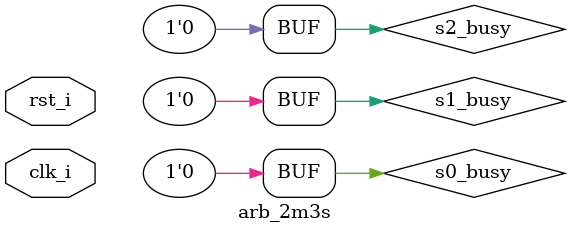
<source format=sv>
/*
 * arb_2m1s.sv
 *
 *  Created on: 27.12.2017
 *      Author: Alexander Antonov <antonov.alex.alex@gmail.com>
 *     License: See LICENSE file for details
 */


`include "sigma_tile.svh"

module arb_2m3s
#(
	parameter SFR_BITSEL = 16
	, parameter XIF_BITSEL = 31
)
(
	input [0:0] clk_i
	, input [0:0] rst_i
	
	, MemSplit32.Slave m0
	, MemSplit32.Slave m1
	, MemSplit32.Master s0
	, MemSplit32.Master s1
	, MemSplit32.Master s2
);
    
	logic m0_s0_rd_inprogress, m0_s0_rd_inprogress_next;
	logic m0_s1_rd_inprogress, m0_s1_rd_inprogress_next;
	logic m0_s2_rd_inprogress, m0_s2_rd_inprogress_next;

	logic m1_s0_rd_inprogress, m1_s0_rd_inprogress_next;
	logic m1_s1_rd_inprogress, m1_s1_rd_inprogress_next;
	logic m1_s2_rd_inprogress, m1_s2_rd_inprogress_next;

	always @(posedge clk_i)
		begin
		if (rst_i)
			begin
			m0_s0_rd_inprogress <= 1'b0;
			m0_s1_rd_inprogress <= 1'b0;
			m0_s2_rd_inprogress <= 1'b0;
			m1_s0_rd_inprogress <= 1'b0;
			m1_s1_rd_inprogress <= 1'b0;
			m1_s2_rd_inprogress <= 1'b0;
			end
		else
			begin
			m0_s0_rd_inprogress <= m0_s0_rd_inprogress_next;
			m0_s1_rd_inprogress <= m0_s1_rd_inprogress_next;
			m0_s2_rd_inprogress <= m0_s2_rd_inprogress_next;
			m1_s0_rd_inprogress <= m1_s0_rd_inprogress_next;
			m1_s1_rd_inprogress <= m1_s1_rd_inprogress_next;
			m1_s2_rd_inprogress <= m1_s2_rd_inprogress_next;
			end
		end
	
	logic s0_busy, s1_busy, s2_busy;

	always @*
		begin

		m0.ack = 1'b0;
		m0.resp = 1'b0;
		m0.rdata = 0;

		m1.ack = 1'b0;
		m1.resp = 1'b0;
		m1.rdata = 0;

		s0_busy = 1'b0;
		s1_busy = 1'b0;
		s2_busy = 1'b0;

		s0.req 		= 1'b0;
		s0.we 		= 1'b0;
		s0.addr 	= 0;
		s0.be 		= 4'h0;
		s0.wdata 	= 0;

		s1.req 		= 1'b0;
		s1.we 		= 1'b0;
		s1.addr 	= 0;
		s1.be 		= 4'h0;
		s1.wdata 	= 0;

		s2.req 		= 1'b0;
		s2.we 		= 1'b0;
		s2.addr 	= 0;
		s2.be 		= 4'h0;
		s2.wdata 	= 0;
		
		m0_s0_rd_inprogress_next = m0_s0_rd_inprogress;
		m0_s1_rd_inprogress_next = m0_s1_rd_inprogress;
		m0_s2_rd_inprogress_next = m0_s2_rd_inprogress;
		m1_s0_rd_inprogress_next = m1_s0_rd_inprogress;
		m1_s1_rd_inprogress_next = m1_s1_rd_inprogress;
		m1_s2_rd_inprogress_next = m1_s2_rd_inprogress;

		if (s0.resp)
			begin
			if (m0_s0_rd_inprogress_next)
				begin
				m0.resp = s0.resp;
				m0.rdata = s0.rdata;
				end
			if (m1_s0_rd_inprogress_next)
				begin
				m1.resp = s0.resp;
				m1.rdata = s0.rdata;
				end
			m0_s0_rd_inprogress_next = 1'b0;
			m1_s0_rd_inprogress_next = 1'b0;
			end

		if (s1.resp)
			begin
			if (m0_s1_rd_inprogress_next)
				begin
				m0.resp = s1.resp;
				m0.rdata = s1.rdata;
				end
			if (m1_s1_rd_inprogress_next)
				begin
				m1.resp = s1.resp;
				m1.rdata = s1.rdata;
				end
			m0_s1_rd_inprogress_next = 1'b0;
			m1_s1_rd_inprogress_next = 1'b0;
			end

		if (s2.resp)
			begin
			if (m0_s2_rd_inprogress_next)
				begin
				m0.resp = s2.resp;
				m0.rdata = s2.rdata;
				end
			if (m1_s2_rd_inprogress_next)
				begin
				m1.resp = s2.resp;
				m1.rdata = s2.rdata;
				end
			m0_s2_rd_inprogress_next = 1'b0;
			m1_s2_rd_inprogress_next = 1'b0;
			end

		if (m0.req)
			begin
			if (m0.addr[XIF_BITSEL])
				begin
				if (!s2_busy && !m0_s2_rd_inprogress_next)
					begin
					s2.req 		= m0.req;
					s2.we 		= m0.we;
					s2.addr 	= m0.addr;
					s2.be 		= m0.be;
					s2.wdata 	= m0.wdata;
					m0.ack 		= s2.ack;
					m0_s2_rd_inprogress_next = !m0.we;
					end
				end
			else if (m0.addr[SFR_BITSEL])
				begin
				if (!s1_busy && !m0_s1_rd_inprogress_next)
					begin
					s1.req 		= m0.req;
					s1.we 		= m0.we;
					s1.addr 	= m0.addr;
					s1.be 		= m0.be;
					s1.wdata 	= m0.wdata;
					m0.ack 		= s1.ack;
					m0_s1_rd_inprogress_next = !m0.we;
					end
				end
			else
				begin
				if (!s0_busy && !m0_s0_rd_inprogress_next)
					begin
					s0.req 		= m0.req;
					s0.we 		= m0.we;
					s0.addr 	= m0.addr;
					s0.be 		= m0.be;
					s0.wdata 	= m0.wdata;
					m0.ack 		= s0.ack;
					m0_s0_rd_inprogress_next = !m0.we;
					end
				end
			end

		if (m1.req)
			begin
			if (m1.addr[XIF_BITSEL])
				begin
				if (!s2_busy && !m1_s2_rd_inprogress_next)
					begin
					s2.req 		= m1.req;
					s2.we 		= m1.we;
					s2.addr 	= m1.addr;
					s2.be 		= m1.be;
					s2.wdata 	= m1.wdata;
					m1.ack 		= s2.ack;
					m1_s2_rd_inprogress_next = !m1.we;
					end
				end
			else if (m1.addr[SFR_BITSEL])
				begin
				if (!s1_busy && !m1_s1_rd_inprogress_next)
					begin
					s1.req 		= m1.req;
					s1.we 		= m1.we;
					s1.addr 	= m1.addr;
					s1.be 		= m1.be;
					s1.wdata 	= m1.wdata;
					m1.ack 		= s1.ack;
					m1_s1_rd_inprogress_next = !m1.we;
					end
				end
			else
				begin
				if (!s0_busy && !m1_s0_rd_inprogress_next)
					begin
					s0.req 		= m1.req;
					s0.we 		= m1.we;
					s0.addr 	= m1.addr;
					s0.be 		= m1.be;
					s0.wdata 	= m1.wdata;
					m1.ack 		= s0.ack;
					m1_s0_rd_inprogress_next = !m1.we;
					end
				end
			end
		end


endmodule

</source>
